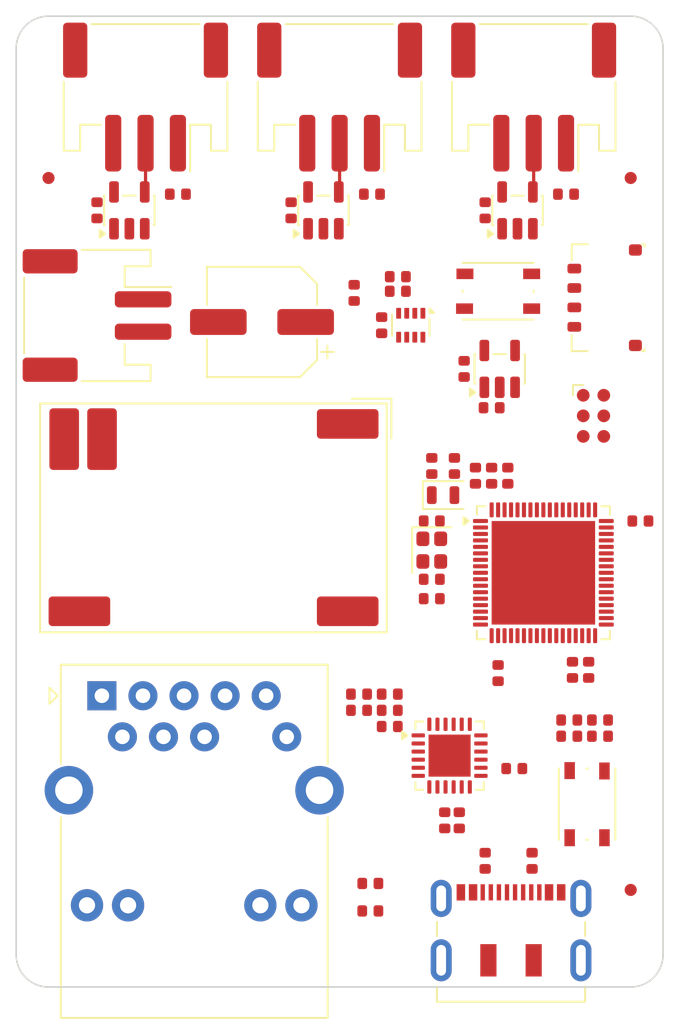
<source format=kicad_pcb>
(kicad_pcb (version 20241229) (generator "pcbnew") (generator_version "9.0")
  (layers (0 "F.Cu" signal) (4 "In1.Cu" signal) (6 "In2.Cu" signal) (2 "B.Cu" signal) (13 "F.Paste" user) (15 "B.Paste" user) (5 "F.SilkS" user "F.Silkscreen") (7 "B.SilkS" user "B.Silkscreen") (1 "F.Mask" user) (3 "B.Mask" user) (25 "Edge.Cuts" user))
  (net 0 "")
  (net 1 "GND")
  (net 2 "+5V")
  (net 3 "+3V3")
  (net 4 "+5V_DCDC")
  (net 5 "/OSC_IN")
  (net 6 "/OSC_OUT")
  (net 7 "/OSC32_IN")
  (net 8 "/OSC32_OUT")
  (net 9 "Net-(C57-Pad1)")
  (net 10 "Net-(C58-Pad1)")
  (net 11 "/ETH_VDD")
  (net 12 "Net-(J2-TCT)")
  (net 13 "Net-(J2-RCT)")
  (net 14 "Net-(D1-K)")
  (net 15 "/LED_A")
  (net 16 "/LED_B")
  (net 17 "Net-(D2-K)")
  (net 18 "/USB_D+")
  (net 19 "Net-(J1-CC2)")
  (net 21 "+5V_USB")
  (net 22 "/USB_D-")
  (net 24 "Net-(J1-CC1)")
  (net 25 "/ETH_TX_N")
  (net 26 "/POE_V-")
  (net 27 "/ETH_RX_N")
  (net 28 "Net-(J2-Pad12)")
  (net 29 "/ETH_TX_P")
  (net 30 "/POE_V+")
  (net 31 "Net-(J2-Pad14)")
  (net 32 "/ETH_RX_P")
  (net 33 "/UART_TX")
  (net 36 "/UART_RX")
  (net 37 "Net-(J4-Pin_2)")
  (net 38 "Net-(J5-Pin_2)")
  (net 39 "Net-(J6-Pin_2)")
  (net 40 "/RESET")
  (net 41 "/SWDIO")
  (net 42 "Net-(U3-REXT)")
  (net 43 "/RMII_MDIO")
  (net 44 "Net-(U6-PR1)")
  (net 45 "/ETH_LED_0")
  (net 46 "/ETH_LED_1")
  (net 47 "/SW1")
  (net 48 "/SW0")
  (net 51 "/RMII_MDC")
  (net 52 "/RMII_RXD0")
  (net 54 "/RMII_TXD1")
  (net 55 "/RMII_REF_CLK")
  (net 56 "/MCO1")
  (net 57 "/ETH_INT")
  (net 58 "/ETH_RESET")
  (net 59 "/RMII_RXD1")
  (net 60 "/RMII_TX_EN")
  (net 61 "/RMII_RX_ER")
  (net 62 "/RMII_CRS_DV")
  (net 63 "/RMII_TXD0")
  (net 64 "/SPI1_MOSI")
  (net 74 "/SPI3_MOSI")
  (net 80 "/SPI2_MOSI")
  (net 95 "/SWCLK")
  (footprint "balto:R_0402_Worthington" (layer "F.Cu") (at 156.1 124.5)
    (property "Reference" "R21" (hide yes))
    (property "Value" "1k")
    (pad "1" smd roundrect (at -0.5 0) (size 0.6 0.7) (layers "F.Cu" "F.Mask" "F.Paste") (net 17 "Net-(D2-K)"))
    (pad "2" smd roundrect (at 0.5 0) (size 0.6 0.7) (layers "F.Cu" "F.Mask" "F.Paste") (net 1 "GND"))
  )
  (footprint "Fiducial:Fiducial_0.75mm_Mask1.5mm" (layer "F.Cu") (at 122 90)
    (property "Reference" "FID1" (hide yes))
    (property "Value" "Fiducial")
    (pad "" smd circle (at 0 0) (size 0.75 0.75) (layers "F.Cu" "F.Mask") (clearance 0.475))
  )
  (footprint "balto:C_0402_Worthington" (layer "F.Cu") (at 150.8 126.5)
    (property "Reference" "C64" (hide yes))
    (property "Value" "100n")
    (pad "1" smd roundrect (at -0.5 0) (size 0.6 0.7) (layers "F.Cu" "F.Mask" "F.Paste") (net 3 "+3V3"))
    (pad "2" smd roundrect (at 0.5 0) (size 0.6 0.7) (layers "F.Cu" "F.Mask" "F.Paste") (net 1 "GND"))
  )
  (footprint "Connector_RJ:RJ45_Abracon_ARJP11A-MA_Horizontal" (layer "F.Cu") (at 125.3 122)
    (property "Reference" "J2" (hide yes))
    (property "Value" "RJ45_Abracon_ARJP11A-MASA-B-A-EMU2")
    (pad "" np_thru_hole circle (at 0 8.89) (size 3.2 3.2) (drill 3.2) (layers "*.Cu" "*.Mask"))
    (pad "" np_thru_hole circle (at 11.43 8.89) (size 3.2 3.2) (drill 3.2) (layers "*.Cu" "*.Mask"))
    (pad "1" thru_hole rect (at 0 0) (size 1.8 1.8) (drill 0.9) (layers "*.Cu" "*.Mask") (net 29 "/ETH_TX_P"))
    (pad "2" thru_hole circle (at 1.27 2.54) (size 1.8 1.8) (drill 0.9) (layers "*.Cu" "*.Mask") (net 25 "/ETH_TX_N"))
    (pad "3" thru_hole circle (at 2.54 0) (size 1.8 1.8) (drill 0.9) (layers "*.Cu" "*.Mask") (net 32 "/ETH_RX_P"))
    (pad "4" thru_hole circle (at 3.81 2.54) (size 1.8 1.8) (drill 0.9) (layers "*.Cu" "*.Mask") (net 12 "Net-(J2-TCT)"))
    (pad "5" thru_hole circle (at 5.08 0) (size 1.8 1.8) (drill 0.9) (layers "*.Cu" "*.Mask") (net 13 "Net-(J2-RCT)"))
    (pad "6" thru_hole circle (at 6.35 2.54) (size 1.8 1.8) (drill 0.9) (layers "*.Cu" "*.Mask") (net 27 "/ETH_RX_N"))
    (pad "7" thru_hole circle (at 7.62 0) (size 1.8 1.8) (drill 0.9) (layers "*.Cu" "*.Mask") (net 1 "GND"))
    (pad "9" thru_hole circle (at 10.16 0) (size 1.8 1.8) (drill 0.9) (layers "*.Cu" "*.Mask") (net 30 "/POE_V+"))
    (pad "10" thru_hole circle (at 11.43 2.54) (size 1.8 1.8) (drill 0.9) (layers "*.Cu" "*.Mask") (net 26 "/POE_V-"))
    (pad "11" thru_hole circle (at -0.92 12.95) (size 2 2) (drill 1) (layers "*.Cu" "*.Mask") (net 3 "+3V3"))
    (pad "12" thru_hole circle (at 1.62 12.95) (size 2 2) (drill 1) (layers "*.Cu" "*.Mask") (net 28 "Net-(J2-Pad12)"))
    (pad "13" thru_hole circle (at 9.8 12.95) (size 2 2) (drill 1) (layers "*.Cu" "*.Mask") (net 3 "+3V3"))
    (pad "14" thru_hole circle (at 12.34 12.95) (size 2 2) (drill 1) (layers "*.Cu" "*.Mask") (net 31 "Net-(J2-Pad14)"))
    (pad "SH" thru_hole circle (at -2.04 5.84) (size 3 3) (drill 1.7) (layers "*.Cu" "*.Mask") (net 1 "GND"))
    (pad "SH" thru_hole circle (at 13.46 5.84) (size 3 3) (drill 1.7) (layers "*.Cu" "*.Mask") (net 1 "GND"))
  )
  (footprint "Connector_JST:JST_PH_S2B-PH-SM4-TB_1x02-1MP_P2.00mm_Horizontal" (layer "F.Cu") (at 125 98.5 -90)
    (property "Reference" "J10" (hide yes))
    (property "Value" "Conn_01x02_MountingPin")
    (pad "1" smd roundrect (at -1 -2.85 270) (size 1 3.5) (layers "F.Cu" "F.Mask" "F.Paste") (net 4 "+5V_DCDC"))
    (pad "2" smd roundrect (at 1 -2.85 270) (size 1 3.5) (layers "F.Cu" "F.Mask" "F.Paste") (net 1 "GND"))
    (pad "MP" smd roundrect (at -3.35 2.9 270) (size 1.5 3.4) (layers "F.Cu" "F.Mask" "F.Paste") (roundrect_rratio 0.166667) (net 1 "GND"))
    (pad "MP" smd roundrect (at 3.35 2.9 270) (size 1.5 3.4) (layers "F.Cu" "F.Mask" "F.Paste") (roundrect_rratio 0.166667) (net 1 "GND"))
  )
  (footprint "balto:C_0402_Worthington" (layer "F.Cu") (at 154 91 180)
    (property "Reference" "C8" (hide yes))
    (property "Value" "10u")
    (pad "1" smd roundrect (at -0.5 0 180) (size 0.6 0.7) (layers "F.Cu" "F.Mask" "F.Paste") (net 2 "+5V"))
    (pad "2" smd roundrect (at 0.5 0 180) (size 0.6 0.7) (layers "F.Cu" "F.Mask" "F.Paste") (net 1 "GND"))
  )
  (footprint "Package_TO_SOT_SMD:SOT-583-8" (layer "F.Cu") (at 144.4 99.1 -90)
    (property "Reference" "U6" (hide yes))
    (property "Value" "TPS2116DRL")
    (pad "1" smd roundrect (at -0.74 -0.75 270) (size 0.67 0.3) (layers "F.Cu" "F.Mask" "F.Paste") (roundrect_rratio 0.1666666667) (net 1 "GND"))
    (pad "2" smd roundrect (at -0.74 -0.25 270) (size 0.67 0.3) (layers "F.Cu" "F.Mask" "F.Paste") (roundrect_rratio 0.1666666667) (net 2 "+5V"))
    (pad "3" smd roundrect (at -0.74 0.25 270) (size 0.67 0.3) (layers "F.Cu" "F.Mask" "F.Paste") (roundrect_rratio 0.1666666667) (net 4 "+5V_DCDC"))
    (pad "4" smd roundrect (at -0.74 0.75 270) (size 0.67 0.3) (layers "F.Cu" "F.Mask" "F.Paste") (roundrect_rratio 0.1666666667) (net 44 "Net-(U6-PR1)"))
    (pad "5" smd roundrect (at 0.74 0.75 270) (size 0.67 0.3) (layers "F.Cu" "F.Mask" "F.Paste") (roundrect_rratio 0.1666666667) (net 4 "+5V_DCDC"))
    (pad "6" smd roundrect (at 0.74 0.25 270) (size 0.67 0.3) (layers "F.Cu" "F.Mask" "F.Paste") (roundrect_rratio 0.1666666667) (net 21 "+5V_USB"))
    (pad "7" smd roundrect (at 0.74 -0.25 270) (size 0.67 0.3) (layers "F.Cu" "F.Mask" "F.Paste") (roundrect_rratio 0.1666666667) (net 2 "+5V"))
    (pad "8" smd roundrect (at 0.74 -0.75 270) (size 0.67 0.3) (layers "F.Cu" "F.Mask" "F.Paste") (roundrect_rratio 0.1666666667))
  )
  (footprint "Package_TO_SOT_SMD:SOT-23-5" (layer "F.Cu") (at 151 92 90)
    (property "Reference" "U5" (hide yes))
    (property "Value" "SN74LV1T125DBV")
    (pad "1" smd roundrect (at -1.1375 -0.95 90) (size 1.325 0.6) (layers "F.Cu" "F.Mask" "F.Paste") (net 1 "GND"))
    (pad "2" smd roundrect (at -1.1375 0 90) (size 1.325 0.6) (layers "F.Cu" "F.Mask" "F.Paste") (net 80 "/SPI2_MOSI"))
    (pad "3" smd roundrect (at -1.1375 0.95 90) (size 1.325 0.6) (layers "F.Cu" "F.Mask" "F.Paste") (net 1 "GND"))
    (pad "4" smd roundrect (at 1.1375 0.95 90) (size 1.325 0.6) (layers "F.Cu" "F.Mask" "F.Paste") (net 38 "Net-(J5-Pin_2)"))
    (pad "5" smd roundrect (at 1.1375 -0.95 90) (size 1.325 0.6) (layers "F.Cu" "F.Mask" "F.Paste") (net 2 "+5V"))
  )
  (footprint "balto:LED_0402_Worthington" (layer "F.Cu") (at 154.2 123.5 180)
    (property "Reference" "D1" (hide yes))
    (property "Value" "Green")
    (pad "1" smd roundrect (at -0.5 0 180) (size 0.6 0.7) (layers "F.Cu" "F.Mask" "F.Paste") (net 14 "Net-(D1-K)"))
    (pad "2" smd roundrect (at 0.5 0 180) (size 0.6 0.7) (layers "F.Cu" "F.Mask" "F.Paste") (net 15 "/LED_A"))
  )
  (footprint "balto:C_0402_Worthington" (layer "F.Cu") (at 125 92 -90)
    (property "Reference" "C5" (hide yes))
    (property "Value" "100n")
    (pad "1" smd roundrect (at -0.5 0 270) (size 0.6 0.7) (layers "F.Cu" "F.Mask" "F.Paste") (net 2 "+5V"))
    (pad "2" smd roundrect (at 0.5 0 270) (size 0.6 0.7) (layers "F.Cu" "F.Mask" "F.Paste") (net 1 "GND"))
  )
  (footprint "balto:C_0402_Worthington" (layer "F.Cu") (at 149.8 120.6 -90)
    (property "Reference" "C59" (hide yes))
    (property "Value" "100n")
    (pad "1" smd roundrect (at -0.5 0 270) (size 0.6 0.7) (layers "F.Cu" "F.Mask" "F.Paste") (net 3 "+3V3"))
    (pad "2" smd roundrect (at 0.5 0 270) (size 0.6 0.7) (layers "F.Cu" "F.Mask" "F.Paste") (net 1 "GND"))
  )
  (footprint "balto:R_0402_Worthington" (layer "F.Cu") (at 151.9 132.2 90)
    (property "Reference" "R1" (hide yes))
    (property "Value" "5.1k")
    (pad "1" smd roundrect (at -0.5 0 90) (size 0.6 0.7) (layers "F.Cu" "F.Mask" "F.Paste") (net 19 "Net-(J1-CC2)"))
    (pad "2" smd roundrect (at 0.5 0 90) (size 0.6 0.7) (layers "F.Cu" "F.Mask" "F.Paste") (net 1 "GND"))
  )
  (footprint "balto:R_0402_Worthington" (layer "F.Cu") (at 143.6 96.1 180)
    (property "Reference" "R12" (hide yes))
    (property "Value" "75k")
    (pad "1" smd roundrect (at -0.5 0 180) (size 0.6 0.7) (layers "F.Cu" "F.Mask" "F.Paste") (net 4 "+5V_DCDC"))
    (pad "2" smd roundrect (at 0.5 0 180) (size 0.6 0.7) (layers "F.Cu" "F.Mask" "F.Paste") (net 44 "Net-(U6-PR1)"))
  )
  (footprint "Connector_JST:JST_PH_S3B-PH-SM4-TB_1x03-1MP_P2.00mm_Horizontal" (layer "F.Cu") (at 128 85 180)
    (property "Reference" "J4" (hide yes))
    (property "Value" "Conn_01x03_MountingPin")
    (pad "1" smd roundrect (at -2 -2.85 180) (size 1 3.5) (layers "F.Cu" "F.Mask" "F.Paste") (net 2 "+5V"))
    (pad "2" smd roundrect (at 0 -2.85 180) (size 1 3.5) (layers "F.Cu" "F.Mask" "F.Paste") (net 37 "Net-(J4-Pin_2)"))
    (pad "3" smd roundrect (at 2 -2.85 180) (size 1 3.5) (layers "F.Cu" "F.Mask" "F.Paste") (net 1 "GND"))
    (pad "MP" smd roundrect (at -4.35 2.9 180) (size 1.5 3.4) (layers "F.Cu" "F.Mask" "F.Paste") (roundrect_rratio 0.166667) (net 1 "GND"))
    (pad "MP" smd roundrect (at 4.35 2.9 180) (size 1.5 3.4) (layers "F.Cu" "F.Mask" "F.Paste") (roundrect_rratio 0.166667) (net 1 "GND"))
  )
  (footprint "balto:R_0402_Worthington" (layer "F.Cu") (at 149 132.2 90)
    (property "Reference" "R2" (hide yes))
    (property "Value" "5.1k")
    (pad "1" smd roundrect (at -0.5 0 90) (size 0.6 0.7) (layers "F.Cu" "F.Mask" "F.Paste") (net 24 "Net-(J1-CC1)"))
    (pad "2" smd roundrect (at 0.5 0 90) (size 0.6 0.7) (layers "F.Cu" "F.Mask" "F.Paste") (net 1 "GND"))
  )
  (footprint "Connector_JST:JST_PH_S3B-PH-SM4-TB_1x03-1MP_P2.00mm_Horizontal" (layer "F.Cu") (at 152 85 180)
    (property "Reference" "J5" (hide yes))
    (property "Value" "Conn_01x03_MountingPin")
    (pad "1" smd roundrect (at -2 -2.85 180) (size 1 3.5) (layers "F.Cu" "F.Mask" "F.Paste") (net 2 "+5V"))
    (pad "2" smd roundrect (at 0 -2.85 180) (size 1 3.5) (layers "F.Cu" "F.Mask" "F.Paste") (net 38 "Net-(J5-Pin_2)"))
    (pad "3" smd roundrect (at 2 -2.85 180) (size 1 3.5) (layers "F.Cu" "F.Mask" "F.Paste") (net 1 "GND"))
    (pad "MP" smd roundrect (at -4.35 2.9 180) (size 1.5 3.4) (layers "F.Cu" "F.Mask" "F.Paste") (roundrect_rratio 0.166667) (net 1 "GND"))
    (pad "MP" smd roundrect (at 4.35 2.9 180) (size 1.5 3.4) (layers "F.Cu" "F.Mask" "F.Paste") (roundrect_rratio 0.166667) (net 1 "GND"))
  )
  (footprint "balto:C_0402_Worthington" (layer "F.Cu") (at 149.4 108.4 90)
    (property "Reference" "C62" (hide yes))
    (property "Value" "100n")
    (pad "1" smd roundrect (at -0.5 0 90) (size 0.6 0.7) (layers "F.Cu" "F.Mask" "F.Paste") (net 3 "+3V3"))
    (pad "2" smd roundrect (at 0.5 0 90) (size 0.6 0.7) (layers "F.Cu" "F.Mask" "F.Paste") (net 1 "GND"))
  )
  (footprint "Package_DFN_QFN:QFN-68-1EP_8x8mm_P0.4mm_EP6.4x6.4mm" (layer "F.Cu") (at 152.6 114.4)
    (property "Reference" "U10" (hide yes))
    (property "Value" "STM32H573RIVx")
    (pad "1" smd roundrect (at -3.8875 -3.2) (size 0.925 0.25) (layers "F.Cu" "F.Mask" "F.Paste") (net 3 "+3V3"))
    (pad "2" smd roundrect (at -3.8875 -2.8) (size 0.925 0.25) (layers "F.Cu" "F.Mask" "F.Paste"))
    (pad "3" smd roundrect (at -3.8875 -2.4) (size 0.925 0.25) (layers "F.Cu" "F.Mask" "F.Paste") (net 7 "/OSC32_IN"))
    (pad "4" smd roundrect (at -3.8875 -2) (size 0.925 0.25) (layers "F.Cu" "F.Mask" "F.Paste") (net 8 "/OSC32_OUT"))
    (pad "5" smd roundrect (at -3.8875 -1.6) (size 0.925 0.25) (layers "F.Cu" "F.Mask" "F.Paste") (net 5 "/OSC_IN"))
    (pad "6" smd roundrect (at -3.8875 -1.2) (size 0.925 0.25) (layers "F.Cu" "F.Mask" "F.Paste") (net 6 "/OSC_OUT"))
    (pad "7" smd roundrect (at -3.8875 -0.8) (size 0.925 0.25) (layers "F.Cu" "F.Mask" "F.Paste") (net 40 "/RESET"))
    (pad "8" smd roundrect (at -3.8875 -0.4) (size 0.925 0.25) (layers "F.Cu" "F.Mask" "F.Paste") (net 58 "/ETH_RESET"))
    (pad "9" smd roundrect (at -3.8875 0) (size 0.925 0.25) (layers "F.Cu" "F.Mask" "F.Paste") (net 51 "/RMII_MDC"))
    (pad "10" smd roundrect (at -3.8875 0.4) (size 0.925 0.25) (layers "F.Cu" "F.Mask" "F.Paste"))
    (pad "11" smd roundrect (at -3.8875 0.8) (size 0.925 0.25) (layers "F.Cu" "F.Mask" "F.Paste") (net 80 "/SPI2_MOSI"))
    (pad "12" smd roundrect (at -3.8875 1.2) (size 0.925 0.25) (layers "F.Cu" "F.Mask" "F.Paste") (net 1 "GND"))
    (pad "13" smd roundrect (at -3.8875 1.6) (size 0.925 0.25) (layers "F.Cu" "F.Mask" "F.Paste") (net 3 "+3V3"))
    (pad "14" smd roundrect (at -3.8875 2) (size 0.925 0.25) (layers "F.Cu" "F.Mask" "F.Paste"))
    (pad "15" smd roundrect (at -3.8875 2.4) (size 0.925 0.25) (layers "F.Cu" "F.Mask" "F.Paste") (net 55 "/RMII_REF_CLK"))
    (pad "16" smd roundrect (at -3.8875 2.8) (size 0.925 0.25) (layers "F.Cu" "F.Mask" "F.Paste") (net 43 "/RMII_MDIO"))
    (pad "17" smd roundrect (at -3.8875 3.2) (size 0.925 0.25) (layers "F.Cu" "F.Mask" "F.Paste") (net 57 "/ETH_INT"))
    (pad "18" smd roundrect (at -3.2 3.8875) (size 0.25 0.925) (layers "F.Cu" "F.Mask" "F.Paste") (net 1 "GND"))
    (pad "19" smd roundrect (at -2.8 3.8875) (size 0.25 0.925) (layers "F.Cu" "F.Mask" "F.Paste") (net 3 "+3V3"))
    (pad "20" smd roundrect (at -2.4 3.8875) (size 0.25 0.925) (layers "F.Cu" "F.Mask" "F.Paste"))
    (pad "21" smd roundrect (at -2 3.8875) (size 0.25 0.925) (layers "F.Cu" "F.Mask" "F.Paste") (net 60 "/RMII_TX_EN"))
    (pad "22" smd roundrect (at -1.6 3.8875) (size 0.25 0.925) (layers "F.Cu" "F.Mask" "F.Paste"))
    (pad "23" smd roundrect (at -1.2 3.8875) (size 0.25 0.925) (layers "F.Cu" "F.Mask" "F.Paste") (net 62 "/RMII_CRS_DV"))
    (pad "24" smd roundrect (at -0.8 3.8875) (size 0.25 0.925) (layers "F.Cu" "F.Mask" "F.Paste") (net 52 "/RMII_RXD0"))
    (pad "25" smd roundrect (at -0.4 3.8875) (size 0.25 0.925) (layers "F.Cu" "F.Mask" "F.Paste") (net 59 "/RMII_RXD1"))
    (pad "26" smd roundrect (at 0 3.8875) (size 0.25 0.925) (layers "F.Cu" "F.Mask" "F.Paste"))
    (pad "27" smd roundrect (at 0.4 3.8875) (size 0.25 0.925) (layers "F.Cu" "F.Mask" "F.Paste"))
    (pad "28" smd roundrect (at 0.8 3.8875) (size 0.25 0.925) (layers "F.Cu" "F.Mask" "F.Paste"))
    (pad "29" smd roundrect (at 1.2 3.8875) (size 0.25 0.925) (layers "F.Cu" "F.Mask" "F.Paste") (net 61 "/RMII_RX_ER"))
    (pad "30" smd roundrect (at 1.6 3.8875) (size 0.25 0.925) (layers "F.Cu" "F.Mask" "F.Paste"))
    (pad "31" smd roundrect (at 2 3.8875) (size 0.25 0.925) (layers "F.Cu" "F.Mask" "F.Paste") (net 10 "Net-(C58-Pad1)"))
    (pad "32" smd roundrect (at 2.4 3.8875) (size 0.25 0.925) (layers "F.Cu" "F.Mask" "F.Paste") (net 1 "GND"))
    (pad "33" smd roundrect (at 2.8 3.8875) (size 0.25 0.925) (layers "F.Cu" "F.Mask" "F.Paste") (net 3 "+3V3"))
    (pad "34" smd roundrect (at 3.2 3.8875) (size 0.25 0.925) (layers "F.Cu" "F.Mask" "F.Paste") (net 63 "/RMII_TXD0"))
    (pad "35" smd roundrect (at 3.8875 3.2) (size 0.925 0.25) (layers "F.Cu" "F.Mask" "F.Paste"))
    (pad "36" smd roundrect (at 3.8875 2.8) (size 0.925 0.25) (layers "F.Cu" "F.Mask" "F.Paste"))
    (pad "37" smd roundrect (at 3.8875 2.4) (size 0.925 0.25) (layers "F.Cu" "F.Mask" "F.Paste") (net 54 "/RMII_TXD1"))
    (pad "38" smd roundrect (at 3.8875 2) (size 0.925 0.25) (layers "F.Cu" "F.Mask" "F.Paste"))
    (pad "39" smd roundrect (at 3.8875 1.6) (size 0.925 0.25) (layers "F.Cu" "F.Mask" "F.Paste"))
    (pad "40" smd roundrect (at 3.8875 1.2) (size 0.925 0.25) (layers "F.Cu" "F.Mask" "F.Paste"))
    (pad "41" smd roundrect (at 3.8875 0.8) (size 0.925 0.25) (layers "F.Cu" "F.Mask" "F.Paste"))
    (pad "42" smd roundrect (at 3.8875 0.4) (size 0.925 0.25) (layers "F.Cu" "F.Mask" "F.Paste"))
    (pad "43" smd roundrect (at 3.8875 0) (size 0.925 0.25) (layers "F.Cu" "F.Mask" "F.Paste"))
    (pad "44" smd roundrect (at 3.8875 -0.4) (size 0.925 0.25) (layers "F.Cu" "F.Mask" "F.Paste") (net 56 "/MCO1"))
    (pad "45" smd roundrect (at 3.8875 -0.8) (size 0.925 0.25) (layers "F.Cu" "F.Mask" "F.Paste"))
    (pad "46" smd roundrect (at 3.8875 -1.2) (size 0.925 0.25) (layers "F.Cu" "F.Mask" "F.Paste"))
    (pad "47" smd roundrect (at 3.8875 -1.6) (size 0.925 0.25) (layers "F.Cu" "F.Mask" "F.Paste") (net 22 "/USB_D-"))
    (pad "48" smd roundrect (at 3.8875 -2) (size 0.925 0.25) (layers "F.Cu" "F.Mask" "F.Paste") (net 18 "/USB_D+"))
    (pad "49" smd roundrect (at 3.8875 -2.4) (size 0.925 0.25) (layers "F.Cu" "F.Mask" "F.Paste") (net 41 "/SWDIO"))
    (pad "50" smd roundrect (at 3.8875 -2.8) (size 0.925 0.25) (layers "F.Cu" "F.Mask" "F.Paste") (net 1 "GND"))
    (pad "51" smd roundrect (at 3.8875 -3.2) (size 0.925 0.25) (layers "F.Cu" "F.Mask" "F.Paste") (net 3 "+3V3"))
    (pad "52" smd roundrect (at 3.2 -3.8875) (size 0.25 0.925) (layers "F.Cu" "F.Mask" "F.Paste") (net 95 "/SWCLK"))
    (pad "53" smd roundrect (at 2.8 -3.8875) (size 0.25 0.925) (layers "F.Cu" "F.Mask" "F.Paste"))
    (pad "54" smd roundrect (at 2.4 -3.8875) (size 0.25 0.925) (layers "F.Cu" "F.Mask" "F.Paste"))
    (pad "55" smd roundrect (at 2 -3.8875) (size 0.25 0.925) (layers "F.Cu" "F.Mask" "F.Paste"))
    (pad "56" smd roundrect (at 1.6 -3.8875) (size 0.25 0.925) (layers "F.Cu" "F.Mask" "F.Paste") (net 74 "/SPI3_MOSI"))
    (pad "57" smd roundrect (at 1.2 -3.8875) (size 0.25 0.925) (layers "F.Cu" "F.Mask" "F.Paste"))
    (pad "58" smd roundrect (at 0.8 -3.8875) (size 0.25 0.925) (layers "F.Cu" "F.Mask" "F.Paste"))
    (pad "59" smd roundrect (at 0.4 -3.8875) (size 0.25 0.925) (layers "F.Cu" "F.Mask" "F.Paste") (net 64 "/SPI1_MOSI"))
    (pad "60" smd roundrect (at 0 -3.8875) (size 0.25 0.925) (layers "F.Cu" "F.Mask" "F.Paste") (net 33 "/UART_TX"))
    (pad "61" smd roundrect (at -0.4 -3.8875) (size 0.25 0.925) (layers "F.Cu" "F.Mask" "F.Paste") (net 36 "/UART_RX"))
    (pad "62" smd roundrect (at -0.8 -3.8875) (size 0.25 0.925) (layers "F.Cu" "F.Mask" "F.Paste") (net 1 "GND"))
    (pad "63" smd roundrect (at -1.2 -3.8875) (size 0.25 0.925) (layers "F.Cu" "F.Mask" "F.Paste"))
    (pad "64" smd roundrect (at -1.6 -3.8875) (size 0.25 0.925) (layers "F.Cu" "F.Mask" "F.Paste"))
    (pad "65" smd roundrect (at -2 -3.8875) (size 0.25 0.925) (layers "F.Cu" "F.Mask" "F.Paste"))
    (pad "66" smd roundrect (at -2.4 -3.8875) (size 0.25 0.925) (layers "F.Cu" "F.Mask" "F.Paste") (net 9 "Net-(C57-Pad1)"))
    (pad "67" smd roundrect (at -2.8 -3.8875) (size 0.25 0.925) (layers "F.Cu" "F.Mask" "F.Paste") (net 1 "GND"))
    (pad "68" smd roundrect (at -3.2 -3.8875) (size 0.25 0.925) (layers "F.Cu" "F.Mask" "F.Paste") (net 3 "+3V3"))
    (pad "69" smd rect (at 0 0) (size 6.4 6.4) (property pad_prop_heatsink) (layers "F.Cu" "F.Mask") (net 1 "GND"))
  )
  (footprint "balto:R_0402_Worthington" (layer "F.Cu") (at 142.6 99.1 -90)
    (property "Reference" "R13" (hide yes))
    (property "Value" "10k")
    (pad "1" smd roundrect (at -0.5 0 270) (size 0.6 0.7) (layers "F.Cu" "F.Mask" "F.Paste") (net 44 "Net-(U6-PR1)"))
    (pad "2" smd roundrect (at 0.5 0 270) (size 0.6 0.7) (layers "F.Cu" "F.Mask" "F.Paste") (net 1 "GND"))
  )
  (footprint "Button_Switch_SMD:SW_Push_1P1T_NO_Vertical_Wuerth_434133025816" (layer "F.Cu") (at 155.3 128.7 90)
    (property "Reference" "SW2" (hide yes))
    (property "Value" "SW_Push")
    (pad "1" smd rect (at -2.075 -1.075 90) (size 1.05 0.65) (layers "F.Cu" "F.Mask" "F.Paste") (net 48 "/SW0"))
    (pad "1" smd rect (at 2.075 -1.075 90) (size 1.05 0.65) (layers "F.Cu" "F.Mask" "F.Paste") (net 48 "/SW0"))
    (pad "2" smd rect (at -2.075 1.075 90) (size 1.05 0.65) (layers "F.Cu" "F.Mask" "F.Paste") (net 1 "GND"))
    (pad "2" smd rect (at 2.05 1.075 90) (size 1.05 0.65) (layers "F.Cu" "F.Mask" "F.Paste") (net 1 "GND"))
  )
  (footprint "balto:R_0402_Worthington" (layer "F.Cu") (at 143.6 97 180)
    (property "Reference" "R5" (hide yes))
    (property "Value" "75k")
    (pad "1" smd roundrect (at -0.5 0 180) (size 0.6 0.7) (layers "F.Cu" "F.Mask" "F.Paste") (net 4 "+5V_DCDC"))
    (pad "2" smd roundrect (at 0.5 0 180) (size 0.6 0.7) (layers "F.Cu" "F.Mask" "F.Paste") (net 44 "Net-(U6-PR1)"))
  )
  (footprint "Connector_JST:JST_PH_S3B-PH-SM4-TB_1x03-1MP_P2.00mm_Horizontal" (layer "F.Cu") (at 140 85 180)
    (property "Reference" "J6" (hide yes))
    (property "Value" "Conn_01x03_MountingPin")
    (pad "1" smd roundrect (at -2 -2.85 180) (size 1 3.5) (layers "F.Cu" "F.Mask" "F.Paste") (net 2 "+5V"))
    (pad "2" smd roundrect (at 0 -2.85 180) (size 1 3.5) (layers "F.Cu" "F.Mask" "F.Paste") (net 39 "Net-(J6-Pin_2)"))
    (pad "3" smd roundrect (at 2 -2.85 180) (size 1 3.5) (layers "F.Cu" "F.Mask" "F.Paste") (net 1 "GND"))
    (pad "MP" smd roundrect (at -4.35 2.9 180) (size 1.5 3.4) (layers "F.Cu" "F.Mask" "F.Paste") (roundrect_rratio 0.166667) (net 1 "GND"))
    (pad "MP" smd roundrect (at 4.35 2.9 180) (size 1.5 3.4) (layers "F.Cu" "F.Mask" "F.Paste") (roundrect_rratio 0.166667) (net 1 "GND"))
  )
  (footprint "balto:C_0402_Worthington" (layer "F.Cu") (at 158.6 111.2)
    (property "Reference" "C61" (hide yes))
    (property "Value" "100n")
    (pad "1" smd roundrect (at -0.5 0) (size 0.6 0.7) (layers "F.Cu" "F.Mask" "F.Paste") (net 3 "+3V3"))
    (pad "2" smd roundrect (at 0.5 0) (size 0.6 0.7) (layers "F.Cu" "F.Mask" "F.Paste") (net 1 "GND"))
  )
  (footprint "balto:C_0402_Worthington" (layer "F.Cu") (at 130 91 180)
    (property "Reference" "C4" (hide yes))
    (property "Value" "10u")
    (pad "1" smd roundrect (at -0.5 0 180) (size 0.6 0.7) (layers "F.Cu" "F.Mask" "F.Paste") (net 2 "+5V"))
    (pad "2" smd roundrect (at 0.5 0 180) (size 0.6 0.7) (layers "F.Cu" "F.Mask" "F.Paste") (net 1 "GND"))
  )
  (footprint "Package_TO_SOT_SMD:SOT-23-5" (layer "F.Cu") (at 139 92 90)
    (property "Reference" "U7" (hide yes))
    (property "Value" "SN74LV1T125DBV")
    (pad "1" smd roundrect (at -1.1375 -0.95 90) (size 1.325 0.6) (layers "F.Cu" "F.Mask" "F.Paste") (net 1 "GND"))
    (pad "2" smd roundrect (at -1.1375 0 90) (size 1.325 0.6) (layers "F.Cu" "F.Mask" "F.Paste") (net 74 "/SPI3_MOSI"))
    (pad "3" smd roundrect (at -1.1375 0.95 90) (size 1.325 0.6) (layers "F.Cu" "F.Mask" "F.Paste") (net 1 "GND"))
    (pad "4" smd roundrect (at 1.1375 0.95 90) (size 1.325 0.6) (layers "F.Cu" "F.Mask" "F.Paste") (net 39 "Net-(J6-Pin_2)"))
    (pad "5" smd roundrect (at 1.1375 -0.95 90) (size 1.325 0.6) (layers "F.Cu" "F.Mask" "F.Paste") (net 2 "+5V"))
  )
  (footprint "balto:C_0402_Worthington" (layer "F.Cu") (at 145.7 116 180)
    (property "Reference" "C17" (hide yes))
    (property "Value" "100n")
    (pad "1" smd roundrect (at -0.5 0 180) (size 0.6 0.7) (layers "F.Cu" "F.Mask" "F.Paste") (net 3 "+3V3"))
    (pad "2" smd roundrect (at 0.5 0 180) (size 0.6 0.7) (layers "F.Cu" "F.Mask" "F.Paste") (net 1 "GND"))
  )
  (footprint "balto:R_0402_Worthington" (layer "F.Cu") (at 141.9 133.6)
    (property "Reference" "R22" (hide yes))
    (property "Value" "220")
    (pad "1" smd roundrect (at -0.5 0) (size 0.6 0.7) (layers "F.Cu" "F.Mask" "F.Paste") (net 45 "/ETH_LED_0"))
    (pad "2" smd roundrect (at 0.5 0) (size 0.6 0.7) (layers "F.Cu" "F.Mask" "F.Paste") (net 31 "Net-(J2-Pad14)"))
  )
  (footprint "balto:LED_0402_Worthington" (layer "F.Cu") (at 154.2 124.5 180)
    (property "Reference" "D2" (hide yes))
    (property "Value" "Red")
    (pad "1" smd roundrect (at -0.5 0 180) (size 0.6 0.7) (layers "F.Cu" "F.Mask" "F.Paste") (net 17 "Net-(D2-K)"))
    (pad "2" smd roundrect (at 0.5 0 180) (size 0.6 0.7) (layers "F.Cu" "F.Mask" "F.Paste") (net 16 "/LED_B"))
  )
  (footprint "balto:C_0402_Worthington" (layer "F.Cu") (at 141.2 122.9)
    (property "Reference" "C68" (hide yes))
    (property "Value" "100n")
    (pad "1" smd roundrect (at -0.5 0) (size 0.6 0.7) (layers "F.Cu" "F.Mask" "F.Paste") (net 12 "Net-(J2-TCT)"))
    (pad "2" smd roundrect (at 0.5 0) (size 0.6 0.7) (layers "F.Cu" "F.Mask" "F.Paste") (net 1 "GND"))
  )
  (footprint "Connector:Tag-Connect_TC2030-IDC-NL_2x03_P1.27mm_Vertical" (layer "F.Cu") (at 155.7 104.7 -90)
    (property "Reference" "J7" (hide yes))
    (property "Value" "TC2030-IDC-NL")
    (pad "" np_thru_hole circle (at -2.54 0 270) (size 0.9906 0.9906) (drill 0.9906) (layers "*.Cu" "*.Mask"))
    (pad "" np_thru_hole circle (at 2.54 -1.016 270) (size 0.9906 0.9906) (drill 0.9906) (layers "*.Cu" "*.Mask"))
    (pad "" np_thru_hole circle (at 2.54 1.016 270) (size 0.9906 0.9906) (drill 0.9906) (layers "*.Cu" "*.Mask"))
    (pad "1" connect circle (at -1.27 0.635 270) (size 0.7874 0.7874) (layers "F.Cu" "F.Mask") (net 3 "+3V3"))
    (pad "2" connect circle (at -1.27 -0.635 270) (size 0.7874 0.7874) (layers "F.Cu" "F.Mask") (net 41 "/SWDIO"))
    (pad "3" connect circle (at 0 0.635 270) (size 0.7874 0.7874) (layers "F.Cu" "F.Mask") (net 40 "/RESET"))
    (pad "4" connect circle (at 0 -0.635 270) (size 0.7874 0.7874) (layers "F.Cu" "F.Mask") (net 95 "/SWCLK"))
    (pad "5" connect circle (at 1.27 0.635 270) (size 0.7874 0.7874) (layers "F.Cu" "F.Mask") (net 1 "GND"))
    (pad "6" connect circle (at 1.27 -0.635 270) (size 0.7874 0.7874) (layers "F.Cu" "F.Mask"))
  )
  (footprint "balto:C_0402_Worthington" (layer "F.Cu") (at 147.7 101.8 -90)
    (property "Reference" "C2" (hide yes))
    (property "Value" "10u")
    (pad "1" smd roundrect (at -0.5 0 270) (size 0.6 0.7) (layers "F.Cu" "F.Mask" "F.Paste") (net 3 "+3V3"))
    (pad "2" smd roundrect (at 0.5 0 270) (size 0.6 0.7) (layers "F.Cu" "F.Mask" "F.Paste") (net 1 "GND"))
  )
  (footprint "balto:C_0402_Worthington" (layer "F.Cu") (at 145.7 111.2)
    (property "Reference" "C7" (hide yes))
    (property "Value" "12p")
    (pad "1" smd roundrect (at -0.5 0) (size 0.6 0.7) (layers "F.Cu" "F.Mask" "F.Paste") (net 5 "/OSC_IN"))
    (pad "2" smd roundrect (at 0.5 0) (size 0.6 0.7) (layers "F.Cu" "F.Mask" "F.Paste") (net 1 "GND"))
  )
  (footprint "balto:C_0402_Worthington" (layer "F.Cu") (at 145.7 107.8 90)
    (property "Reference" "C12" (hide yes))
    (property "Value" "12p")
    (pad "1" smd roundrect (at -0.5 0 90) (size 0.6 0.7) (layers "F.Cu" "F.Mask" "F.Paste") (net 8 "/OSC32_OUT"))
    (pad "2" smd roundrect (at 0.5 0 90) (size 0.6 0.7) (layers "F.Cu" "F.Mask" "F.Paste") (net 1 "GND"))
  )
  (footprint "balto:C_0402_Worthington" (layer "F.Cu") (at 154.4 120.4 -90)
    (property "Reference" "C58" (hide yes))
    (property "Value" "4.7u")
    (pad "1" smd roundrect (at -0.5 0 270) (size 0.6 0.7) (layers "F.Cu" "F.Mask" "F.Paste") (net 10 "Net-(C58-Pad1)"))
    (pad "2" smd roundrect (at 0.5 0 270) (size 0.6 0.7) (layers "F.Cu" "F.Mask" "F.Paste") (net 1 "GND"))
  )
  (footprint "balto:C_0402_Worthington" (layer "F.Cu") (at 155.4 120.4 -90)
    (property "Reference" "C60" (hide yes))
    (property "Value" "100n")
    (pad "1" smd roundrect (at -0.5 0 270) (size 0.6 0.7) (layers "F.Cu" "F.Mask" "F.Paste") (net 3 "+3V3"))
    (pad "2" smd roundrect (at 0.5 0 270) (size 0.6 0.7) (layers "F.Cu" "F.Mask" "F.Paste") (net 1 "GND"))
  )
  (footprint "balto:C_0402_Worthington" (layer "F.Cu") (at 137 92 -90)
    (property "Reference" "C10" (hide yes))
    (property "Value" "100n")
    (pad "1" smd roundrect (at -0.5 0 270) (size 0.6 0.7) (layers "F.Cu" "F.Mask" "F.Paste") (net 2 "+5V"))
    (pad "2" smd roundrect (at 0.5 0 270) (size 0.6 0.7) (layers "F.Cu" "F.Mask" "F.Paste") (net 1 "GND"))
  )
  (footprint "balto:R_0402_Worthington" (layer "F.Cu") (at 141.9 135.3)
    (property "Reference" "R23" (hide yes))
    (property "Value" "220")
    (pad "1" smd roundrect (at -0.5 0) (size 0.6 0.7) (layers "F.Cu" "F.Mask" "F.Paste") (net 46 "/ETH_LED_1"))
    (pad "2" smd roundrect (at 0.5 0) (size 0.6 0.7) (layers "F.Cu" "F.Mask" "F.Paste") (net 28 "Net-(J2-Pad12)"))
  )
  (footprint "Fiducial:Fiducial_0.75mm_Mask1.5mm" (layer "F.Cu") (at 158 134)
    (property "Reference" "FID2" (hide yes))
    (property "Value" "Fiducial")
    (pad "" smd circle (at 0 0) (size 0.75 0.75) (layers "F.Cu" "F.Mask") (clearance 0.475))
  )
  (footprint "Package_TO_SOT_SMD:SOT-23-5" (layer "F.Cu") (at 149.9 101.8 90)
    (property "Reference" "U1" (hide yes))
    (property "Value" "TPS7A0333DBVR")
    (pad "1" smd roundrect (at -1.1375 -0.95 90) (size 1.325 0.6) (layers "F.Cu" "F.Mask" "F.Paste") (net 2 "+5V"))
    (pad "2" smd roundrect (at -1.1375 0 90) (size 1.325 0.6) (layers "F.Cu" "F.Mask" "F.Paste") (net 1 "GND"))
    (pad "3" smd roundrect (at -1.1375 0.95 90) (size 1.325 0.6) (layers "F.Cu" "F.Mask" "F.Paste") (net 2 "+5V"))
    (pad "4" smd roundrect (at 1.1375 0.95 90) (size 1.325 0.6) (layers "F.Cu" "F.Mask" "F.Paste"))
    (pad "5" smd roundrect (at 1.1375 -0.95 90) (size 1.325 0.6) (layers "F.Cu" "F.Mask" "F.Paste") (net 3 "+3V3"))
  )
  (footprint "balto:C_0402_Worthington" (layer "F.Cu") (at 141.2 121.9)
    (property "Reference" "C69" (hide yes))
    (property "Value" "100n")
    (pad "1" smd roundrect (at -0.5 0) (size 0.6 0.7) (layers "F.Cu" "F.Mask" "F.Paste") (net 13 "Net-(J2-RCT)"))
    (pad "2" smd roundrect (at 0.5 0) (size 0.6 0.7) (layers "F.Cu" "F.Mask" "F.Paste") (net 1 "GND"))
  )
  (footprint "balto:C_0402_Worthington" (layer "F.Cu") (at 143.1 121.9 180)
    (property "Reference" "C67" (hide yes))
    (property "Value" "1u")
    (pad "1" smd roundrect (at -0.5 0 180) (size 0.6 0.7) (layers "F.Cu" "F.Mask" "F.Paste") (net 11 "/ETH_VDD"))
    (pad "2" smd roundrect (at 0.5 0 180) (size 0.6 0.7) (layers "F.Cu" "F.Mask" "F.Paste") (net 1 "GND"))
  )
  (footprint "balto:C_0402_Worthington" (layer "F.Cu") (at 150.4 108.4 90)
    (property "Reference" "C57" (hide yes))
    (property "Value" "4.7u")
    (pad "1" smd roundrect (at -0.5 0 90) (size 0.6 0.7) (layers "F.Cu" "F.Mask" "F.Paste") (net 9 "Net-(C57-Pad1)"))
    (pad "2" smd roundrect (at 0.5 0 90) (size 0.6 0.7) (layers "F.Cu" "F.Mask" "F.Paste") (net 1 "GND"))
  )
  (footprint "Button_Switch_SMD:SW_Push_1P1T_NO_Vertical_Wuerth_434133025816" (layer "F.Cu") (at 149.8 97 180)
    (property "Reference" "SW1" (hide yes))
    (property "Value" "SW_Push")
    (pad "1" smd rect (at -2.075 -1.075 180) (size 1.05 0.65) (layers "F.Cu" "F.Mask" "F.Paste") (net 47 "/SW1"))
    (pad "1" smd rect (at 2.075 -1.075 180) (size 1.05 0.65) (layers "F.Cu" "F.Mask" "F.Paste") (net 47 "/SW1"))
    (pad "2" smd rect (at -2.075 1.075 180) (size 1.05 0.65) (layers "F.Cu" "F.Mask" "F.Paste") (net 1 "GND"))
    (pad "2" smd rect (at 2.05 1.075 180) (size 1.05 0.65) (layers "F.Cu" "F.Mask" "F.Paste") (net 1 "GND"))
  )
  (footprint "balto:C_0402_Worthington" (layer "F.Cu") (at 147.1 107.8 90)
    (property "Reference" "C11" (hide yes))
    (property "Value" "12p")
    (pad "1" smd roundrect (at -0.5 0 90) (size 0.6 0.7) (layers "F.Cu" "F.Mask" "F.Paste") (net 7 "/OSC32_IN"))
    (pad "2" smd roundrect (at 0.5 0 90) (size 0.6 0.7) (layers "F.Cu" "F.Mask" "F.Paste") (net 1 "GND"))
  )
  (footprint "balto:C_0402_Worthington" (layer "F.Cu") (at 140.9 97.1 90)
    (property "Reference" "C3" (hide yes))
    (property "Value" "10u")
    (pad "1" smd roundrect (at -0.5 0 90) (size 0.6 0.7) (layers "F.Cu" "F.Mask" "F.Paste") (net 4 "+5V_DCDC"))
    (pad "2" smd roundrect (at 0.5 0 90) (size 0.6 0.7) (layers "F.Cu" "F.Mask" "F.Paste") (net 1 "GND"))
  )
  (footprint "Capacitor_SMD:CP_Elec_6.3x7.7" (layer "F.Cu") (at 135.2 98.9 180)
    (property "Reference" "C19" (hide yes))
    (property "Value" "100u")
    (pad "1" smd roundrect (at -2.7 0 180) (size 3.5 1.6) (layers "F.Cu" "F.Mask" "F.Paste") (roundrect_rratio 0.15625) (net 4 "+5V_DCDC"))
    (pad "2" smd roundrect (at 2.7 0 180) (size 3.5 1.6) (layers "F.Cu" "F.Mask" "F.Paste") (roundrect_rratio 0.15625) (net 1 "GND"))
  )
  (footprint "balto:AG9900-MTB" (layer "F.Cu") (at 140.5 105.2 180)
    (property "Reference" "U2" (hide yes))
    (property "Value" "~")
    (pad "1" smd roundrect (at 0 0 180) (size 3.81 1.83) (layers "F.Cu" "F.Mask" "F.Paste") (roundrect_rratio 0.125) (net 4 "+5V_DCDC"))
    (pad "2" smd roundrect (at 15.19 -0.94 270) (size 3.81 1.83) (layers "F.Cu" "F.Mask" "F.Paste") (roundrect_rratio 0.125) (net 1 "GND"))
    (pad "3" smd roundrect (at 17.53 -0.94 270) (size 3.81 1.83) (layers "F.Cu" "F.Mask" "F.Paste") (roundrect_rratio 0.125))
    (pad "4" smd roundrect (at 16.59 -11.58) (size 3.81 1.83) (layers "F.Cu" "F.Mask" "F.Paste") (roundrect_rratio 0.125) (net 30 "/POE_V+"))
    (pad "5" smd roundrect (at 0 -11.58) (size 3.81 1.83) (layers "F.Cu" "F.Mask" "F.Paste") (roundrect_rratio 0.125) (net 26 "/POE_V-"))
  )
  (footprint "balto:C_0402_Worthington" (layer "F.Cu") (at 148.4 108.4 90)
    (property "Reference" "C63" (hide yes))
    (property "Value" "100n")
    (pad "1" smd roundrect (at -0.5 0 90) (size 0.6 0.7) (layers "F.Cu" "F.Mask" "F.Paste") (net 3 "+3V3"))
    (pad "2" smd roundrect (at 0.5 0 90) (size 0.6 0.7) (layers "F.Cu" "F.Mask" "F.Paste") (net 1 "GND"))
  )
  (footprint "balto:EZmate-4" (layer "F.Cu") (at 156.6 97.4 90)
    (property "Reference" "J3" (hide yes))
    (property "Value" "EZmate-4")
    (pad "1" smd roundrect (at -1.8 -2.085 90) (size 0.6 0.85) (layers "F.Cu" "F.Mask" "F.Paste") (net 3 "+3V3"))
    (pad "2" smd roundrect (at -0.6 -2.085 90) (size 0.6 0.85) (layers "F.Cu" "F.Mask" "F.Paste") (net 36 "/UART_RX"))
    (pad "3" smd roundrect (at 0.6 -2.085 90) (size 0.6 0.85) (layers "F.Cu" "F.Mask" "F.Paste") (net 33 "/UART_TX"))
    (pad "4" smd roundrect (at 1.8 -2.085 90) (size 0.6 0.85) (layers "F.Cu" "F.Mask" "F.Paste") (net 1 "GND"))
    (pad "M1" smd roundrect (at -2.95 1.69 90) (size 0.7 0.8) (layers "F.Cu" "F.Mask" "F.Paste"))
    (pad "M2" smd roundrect (at 2.95 1.69 90) (size 0.7 0.8) (layers "F.Cu" "F.Mask" "F.Paste"))
  )
  (footprint "balto:C_0402_Worthington" (layer "F.Cu") (at 143.1 123.9 180)
    (property "Reference" "C18" (hide yes))
    (property "Value" "100n")
    (pad "1" smd roundrect (at -0.5 0 180) (size 0.6 0.7) (layers "F.Cu" "F.Mask" "F.Paste") (net 3 "+3V3"))
    (pad "2" smd roundrect (at 0.5 0 180) (size 0.6 0.7) (layers "F.Cu" "F.Mask" "F.Paste") (net 1 "GND"))
  )
  (footprint "Package_TO_SOT_SMD:SOT-23-5" (layer "F.Cu") (at 127 92 90)
    (property "Reference" "U4" (hide yes))
    (property "Value" "SN74LV1T125DBV")
    (pad "1" smd roundrect (at -1.1375 -0.95 90) (size 1.325 0.6) (layers "F.Cu" "F.Mask" "F.Paste") (net 1 "GND"))
    (pad "2" smd roundrect (at -1.1375 0 90) (size 1.325 0.6) (layers "F.Cu" "F.Mask" "F.Paste") (net 64 "/SPI1_MOSI"))
    (pad "3" smd roundrect (at -1.1375 0.95 90) (size 1.325 0.6) (layers "F.Cu" "F.Mask" "F.Paste") (net 1 "GND"))
    (pad "4" smd roundrect (at 1.1375 0.95 90) (size 1.325 0.6) (layers "F.Cu" "F.Mask" "F.Paste") (net 37 "Net-(J4-Pin_2)"))
    (pad "5" smd roundrect (at 1.1375 -0.95 90) (size 1.325 0.6) (layers "F.Cu" "F.Mask" "F.Paste") (net 2 "+5V"))
  )
  (footprint "balto:C_0402_Worthington" (layer "F.Cu") (at 143.1 122.9 180)
    (property "Reference" "C66" (hide yes))
    (property "Value" "100n")
    (pad "1" smd roundrect (at -0.5 0 180) (size 0.6 0.7) (layers "F.Cu" "F.Mask" "F.Paste") (net 11 "/ETH_VDD"))
    (pad "2" smd roundrect (at 0.5 0 180) (size 0.6 0.7) (layers "F.Cu" "F.Mask" "F.Paste") (net 1 "GND"))
  )
  (footprint "Connector_USB:USB_C_Receptacle_JAE_DX07S016JA1R1500" (layer "F.Cu") (at 150.6 137.2)
    (property "Reference" "J1" (hide yes))
    (property "Value" "USB_C_Receptacle_USB2.0")
    (pad "" np_thru_hole circle (at -3 -1.95) (size 0.6 0.6) (drill 0.6) (layers "*.Cu" "*.Mask"))
    (pad "" smd rect (at -1.4 1.15) (size 1 2) (layers "F.Cu" "F.Mask" "F.Paste"))
    (pad "" smd rect (at 1.4 1.15) (size 1 2) (layers "F.Cu" "F.Mask" "F.Paste"))
    (pad "" np_thru_hole oval (at 3 -1.95) (size 0.85 0.6) (drill oval 0.85 0.6) (layers "*.Cu" "*.Mask"))
    (pad "A1" smd rect (at -3.1 -3.05) (size 0.52 1) (layers "F.Cu" "F.Mask" "F.Paste") (net 1 "GND"))
    (pad "A4" smd rect (at -2.35 -3.05) (size 0.52 1) (layers "F.Cu" "F.Mask" "F.Paste") (net 21 "+5V_USB"))
    (pad "A5" smd rect (at -1.75 -3.05) (size 0.27 1) (layers "F.Cu" "F.Mask" "F.Paste") (net 24 "Net-(J1-CC1)"))
    (pad "A6" smd rect (at -0.25 -3.05) (size 0.27 1) (layers "F.Cu" "F.Mask" "F.Paste") (net 18 "/USB_D+"))
    (pad "A7" smd rect (at 0.75 -3.05) (size 0.27 1) (layers "F.Cu" "F.Mask" "F.Paste") (net 22 "/USB_D-"))
    (pad "A8" smd rect (at 1.75 -3.05) (size 0.27 1) (layers "F.Cu" "F.Mask" "F.Paste"))
    (pad "A9" smd rect (at 2.35 -3.05) (size 0.52 1) (layers "F.Cu" "F.Mask" "F.Paste") (net 21 "+5V_USB"))
    (pad "A12" smd rect (at 3.1 -3.05) (size 0.52 1) (layers "F.Cu" "F.Mask" "F.Paste") (net 1 "GND"))
    (pad "B1" smd rect (at 3.1 -3.05) (size 0.52 1) (layers "F.Cu" "F.Mask" "F.Paste") (net 1 "GND"))
    (pad "B4" smd rect (at 2.35 -3.05) (size 0.52 1) (layers "F.Cu" "F.Mask" "F.Paste") (net 21 "+5V_USB"))
    (pad "B5" smd rect (at 1.25 -3.05) (size 0.27 1) (layers "F.Cu" "F.Mask" "F.Paste") (net 19 "Net-(J1-CC2)"))
    (pad "B6" smd rect (at 0.25 -3.05) (size 0.27 1) (layers "F.Cu" "F.Mask" "F.Paste") (net 18 "/USB_D+"))
    (pad "B7" smd rect (at -0.75 -3.05) (size 0.27 1) (layers "F.Cu" "F.Mask" "F.Paste") (net 22 "/USB_D-"))
    (pad "B8" smd rect (at -1.25 -3.05) (size 0.27 1) (layers "F.Cu" "F.Mask" "F.Paste"))
    (pad "B9" smd rect (at -2.35 -3.05) (size 0.52 1) (layers "F.Cu" "F.Mask" "F.Paste") (net 21 "+5V_USB"))
    (pad "B12" smd rect (at -3.1 -3.05) (size 0.52 1) (layers "F.Cu" "F.Mask" "F.Paste") (net 1 "GND"))
    (pad "S1" thru_hole oval (at -4.32 -2.675) (size 1.3 2.3) (drill oval 0.6 1.6) (property pad_prop_heatsink) (layers "*.Cu" "*.Mask") (net 1 "GND"))
    (pad "S1" thru_hole oval (at -4.32 1.15) (size 1.3 2.6) (drill oval 0.6 1.9) (property pad_prop_heatsink) (layers "*.Cu" "*.Mask") (net 1 "GND"))
    (pad "S1" thru_hole oval (at 4.32 -2.675) (size 1.3 2.3) (drill oval 0.6 1.6) (property pad_prop_heatsink) (layers "*.Cu" "*.Mask") (net 1 "GND"))
    (pad "S1" thru_hole oval (at 4.32 1.15) (size 1.3 2.6) (drill oval 0.6 1.9) (property pad_prop_heatsink) (layers "*.Cu" "*.Mask") (net 1 "GND"))
  )
  (footprint "balto:C_0402_Worthington" (layer "F.Cu") (at 149.4 104.2)
    (property "Reference" "C1" (hide yes))
    (property "Value" "1u")
    (pad "1" smd roundrect (at -0.5 0) (size 0.6 0.7) (layers "F.Cu" "F.Mask" "F.Paste") (net 2 "+5V"))
    (pad "2" smd roundrect (at 0.5 0) (size 0.6 0.7) (layers "F.Cu" "F.Mask" "F.Paste") (net 1 "GND"))
  )
  (footprint "balto:C_0402_Worthington" (layer "F.Cu") (at 145.7 114.8 180)
    (property "Reference" "C9" (hide yes))
    (property "Value" "12p")
    (pad "1" smd roundrect (at -0.5 0 180) (size 0.6 0.7) (layers "F.Cu" "F.Mask" "F.Paste") (net 6 "/OSC_OUT"))
    (pad "2" smd roundrect (at 0.5 0 180) (size 0.6 0.7) (layers "F.Cu" "F.Mask" "F.Paste") (net 1 "GND"))
  )
  (footprint "Package_DFN_QFN:QFN-24-1EP_4x4mm_P0.5mm_EP2.6x2.6mm" (layer "F.Cu") (at 146.8 125.7)
    (property "Reference" "U3" (hide yes))
    (property "Value" "KSZ8081RNA")
    (pad "1" smd roundrect (at -1.9375 -1.25) (size 0.825 0.25) (layers "F.Cu" "F.Mask" "F.Paste") (net 11 "/ETH_VDD"))
    (pad "2" smd roundrect (at -1.9375 -0.75) (size 0.825 0.25) (layers "F.Cu" "F.Mask" "F.Paste") (net 3 "+3V3"))
    (pad "3" smd roundrect (at -1.9375 -0.25) (size 0.825 0.25) (layers "F.Cu" "F.Mask" "F.Paste") (net 27 "/ETH_RX_N"))
    (pad "4" smd roundrect (at -1.9375 0.25) (size 0.825 0.25) (layers "F.Cu" "F.Mask" "F.Paste") (net 32 "/ETH_RX_P"))
    (pad "5" smd roundrect (at -1.9375 0.75) (size 0.825 0.25) (layers "F.Cu" "F.Mask" "F.Paste") (net 25 "/ETH_TX_N"))
    (pad "6" smd roundrect (at -1.9375 1.25) (size 0.825 0.25) (layers "F.Cu" "F.Mask" "F.Paste") (net 29 "/ETH_TX_P"))
    (pad "7" smd roundrect (at -1.25 1.9375) (size 0.25 0.825) (layers "F.Cu" "F.Mask" "F.Paste"))
    (pad "8" smd roundrect (at -0.75 1.9375) (size 0.25 0.825) (layers "F.Cu" "F.Mask" "F.Paste") (net 56 "/MCO1"))
    (pad "9" smd roundrect (at -0.25 1.9375) (size 0.25 0.825) (layers "F.Cu" "F.Mask" "F.Paste") (net 42 "Net-(U3-REXT)"))
    (pad "10" smd roundrect (at 0.25 1.9375) (size 0.25 0.825) (layers "F.Cu" "F.Mask" "F.Paste") (net 43 "/RMII_MDIO"))
    (pad "11" smd roundrect (at 0.75 1.9375) (size 0.25 0.825) (layers "F.Cu" "F.Mask" "F.Paste") (net 51 "/RMII_MDC"))
    (pad "12" smd roundrect (at 1.25 1.9375) (size 0.25 0.825) (layers "F.Cu" "F.Mask" "F.Paste") (net 59 "/RMII_RXD1"))
    (pad "13" smd roundrect (at 1.9375 1.25) (size 0.825 0.25) (layers "F.Cu" "F.Mask" "F.Paste") (net 52 "/RMII_RXD0"))
    (pad "14" smd roundrect (at 1.9375 0.75) (size 0.825 0.25) (layers "F.Cu" "F.Mask" "F.Paste") (net 3 "+3V3"))
    (pad "15" smd roundrect (at 1.9375 0.25) (size 0.825 0.25) (layers "F.Cu" "F.Mask" "F.Paste") (net 62 "/RMII_CRS_DV"))
    (pad "16" smd roundrect (at 1.9375 -0.25) (size 0.825 0.25) (layers "F.Cu" "F.Mask" "F.Paste") (net 55 "/RMII_REF_CLK"))
    (pad "17" smd roundrect (at 1.9375 -0.75) (size 0.825 0.25) (layers "F.Cu" "F.Mask" "F.Paste") (net 61 "/RMII_RX_ER"))
    (pad "18" smd roundrect (at 1.9375 -1.25) (size 0.825 0.25) (layers "F.Cu" "F.Mask" "F.Paste") (net 57 "/ETH_INT"))
    (pad "19" smd roundrect (at 1.25 -1.9375) (size 0.25 0.825) (layers "F.Cu" "F.Mask" "F.Paste") (net 60 "/RMII_TX_EN"))
    (pad "20" smd roundrect (at 0.75 -1.9375) (size 0.25 0.825) (layers "F.Cu" "F.Mask" "F.Paste") (net 63 "/RMII_TXD0"))
    (pad "21" smd roundrect (at 0.25 -1.9375) (size 0.25 0.825) (layers "F.Cu" "F.Mask" "F.Paste") (net 54 "/RMII_TXD1"))
    (pad "22" smd roundrect (at -0.25 -1.9375) (size 0.25 0.825) (layers "F.Cu" "F.Mask" "F.Paste") (net 1 "GND"))
    (pad "23" smd roundrect (at -0.75 -1.9375) (size 0.25 0.825) (layers "F.Cu" "F.Mask" "F.Paste") (net 46 "/ETH_LED_1"))
    (pad "24" smd roundrect (at -1.25 -1.9375) (size 0.25 0.825) (layers "F.Cu" "F.Mask" "F.Paste") (net 58 "/ETH_RESET"))
    (pad "25" smd rect (at 0 0) (size 2.6 2.6) (property pad_prop_heatsink) (layers "F.Cu" "F.Mask") (net 1 "GND"))
  )
  (footprint "balto:R_0402_Worthington" (layer "F.Cu") (at 147.4 129.7 90)
    (property "Reference" "R9" (hide yes))
    (property "Value" "1k")
    (pad "1" smd roundrect (at -0.5 0 90) (size 0.6 0.7) (layers "F.Cu" "F.Mask" "F.Paste") (net 3 "+3V3"))
    (pad "2" smd roundrect (at 0.5 0 90) (size 0.6 0.7) (layers "F.Cu" "F.Mask" "F.Paste") (net 43 "/RMII_MDIO"))
  )
  (footprint "balto:C_0402_Worthington" (layer "F.Cu") (at 142 91 180)
    (property "Reference" "C13" (hide yes))
    (property "Value" "10u")
    (pad "1" smd roundrect (at -0.5 0 180) (size 0.6 0.7) (layers "F.Cu" "F.Mask" "F.Paste") (net 2 "+5V"))
    (pad "2" smd roundrect (at 0.5 0 180) (size 0.6 0.7) (layers "F.Cu" "F.Mask" "F.Paste") (net 1 "GND"))
  )
  (footprint "balto:R_0402_Worthington" (layer "F.Cu") (at 146.5 129.7 -90)
    (property "Reference" "R3" (hide yes))
    (property "Value" "6.49k")
    (pad "1" smd roundrect (at -0.5 0 270) (size 0.6 0.7) (layers "F.Cu" "F.Mask" "F.Paste") (net 42 "Net-(U3-REXT)"))
    (pad "2" smd roundrect (at 0.5 0 270) (size 0.6 0.7) (layers "F.Cu" "F.Mask" "F.Paste") (net 1 "GND"))
  )
  (footprint "Fiducial:Fiducial_0.75mm_Mask1.5mm" (layer "F.Cu") (at 158 90)
    (property "Reference" "FID3" (hide yes))
    (property "Value" "Fiducial")
    (pad "" smd circle (at 0 0) (size 0.75 0.75) (layers "F.Cu" "F.Mask") (clearance 0.475))
  )
  (footprint "balto:C_0402_Worthington" (layer "F.Cu") (at 149 92 -90)
    (property "Reference" "C6" (hide yes))
    (property "Value" "100n")
    (pad "1" smd roundrect (at -0.5 0 270) (size 0.6 0.7) (layers "F.Cu" "F.Mask" "F.Paste") (net 2 "+5V"))
    (pad "2" smd roundrect (at 0.5 0 270) (size 0.6 0.7) (layers "F.Cu" "F.Mask" "F.Paste") (net 1 "GND"))
  )
  (footprint "Crystal:Crystal_SMD_2012-2Pin_2.0x1.2mm" (layer "F.Cu") (at 146.4 109.6)
    (property "Reference" "Y2" (hide yes))
    (property "Value" "32.768kHz")
    (pad "1" smd roundrect (at -0.7 0) (size 0.6 1.1) (layers "F.Cu" "F.Mask" "F.Paste") (net 8 "/OSC32_OUT"))
    (pad "2" smd roundrect (at 0.7 0) (size 0.6 1.1) (layers "F.Cu" "F.Mask" "F.Paste") (net 7 "/OSC32_IN"))
  )
  (footprint "Crystal:Crystal_SMD_2016-4Pin_2.0x1.6mm" (layer "F.Cu") (at 145.7 113 -90)
    (property "Reference" "Y1" (hide yes))
    (property "Value" "25MHz")
    (pad "1" smd roundrect (at -0.7 0.55 270) (size 0.9 0.8) (layers "F.Cu" "F.Mask" "F.Paste") (net 5 "/OSC_IN"))
    (pad "2" smd roundrect (at 0.7 0.55 270) (size 0.9 0.8) (layers "F.Cu" "F.Mask" "F.Paste") (net 1 "GND"))
    (pad "3" smd roundrect (at 0.7 -0.55 270) (size 0.9 0.8) (layers "F.Cu" "F.Mask" "F.Paste") (net 6 "/OSC_OUT"))
    (pad "4" smd roundrect (at -0.7 -0.55 270) (size 0.9 0.8) (layers "F.Cu" "F.Mask" "F.Paste") (net 1 "GND"))
  )
  (footprint "balto:R_0402_Worthington" (layer "F.Cu") (at 156.1 123.5)
    (property "Reference" "R4" (hide yes))
    (property "Value" "1k")
    (pad "1" smd roundrect (at -0.5 0) (size 0.6 0.7) (layers "F.Cu" "F.Mask" "F.Paste") (net 14 "Net-(D1-K)"))
    (pad "2" smd roundrect (at 0.5 0) (size 0.6 0.7) (layers "F.Cu" "F.Mask" "F.Paste") (net 1 "GND"))
  )
  (gr_line (start 122 80) (end 158 80) (stroke (width 0.1)) (layer "Edge.Cuts"))
  (gr_line (start 120 138) (end 120 82) (stroke (width 0.1)) (layer "Edge.Cuts"))
  (gr_line (start 160 82) (end 160 138) (stroke (width 0.1)) (layer "Edge.Cuts"))
  (gr_arc (start 120 82) (mid 120.585786 80.585786) (end 122 80) (stroke (width 0.1)) (layer "Edge.Cuts"))
  (gr_line (start 158 140) (end 122 140) (stroke (width 0.1)) (layer "Edge.Cuts"))
  (gr_arc (start 160 138) (mid 159.414214 139.414214) (end 158 140) (stroke (width 0.1)) (layer "Edge.Cuts"))
  (gr_arc (start 158 80) (mid 159.414214 80.585786) (end 160 82) (stroke (width 0.1)) (layer "Edge.Cuts"))
  (gr_arc (start 122 140) (mid 120.585786 139.414214) (end 120 138) (stroke (width 0.1)) (layer "Edge.Cuts"))
  (segment (start 128 90.8125) (end 127.95 90.8625) (width 0.2) (layer "F.Cu") (net 37))
  (segment (start 128 87.85) (end 128 90.8125) (width 0.2) (layer "F.Cu") (net 37))
  (segment (start 152 87.85) (end 152 90.8125) (width 0.2) (layer "F.Cu") (net 38))
  (segment (start 152 90.8125) (end 151.95 90.8625) (width 0.2) (layer "F.Cu") (net 38))
  (segment (start 140 87.85) (end 140 90.8125) (width 0.2) (layer "F.Cu") (net 39))
  (segment (start 140 90.8125) (end 139.95 90.8625) (width 0.2) (layer "F.Cu") (net 39))
)
</source>
